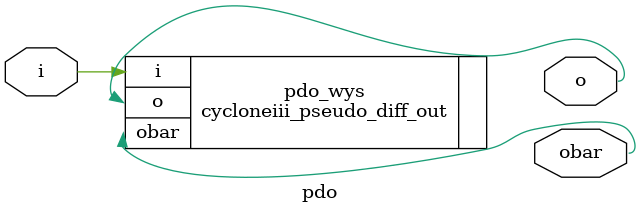
<source format=v>
module pdo
(
	i, o, obar
);

input i;
output o;
output obar;

cycloneiii_pseudo_diff_out pdo_wys
(
	.i(i),
	.o(o),
	.obar(obar)    
);

endmodule
</source>
